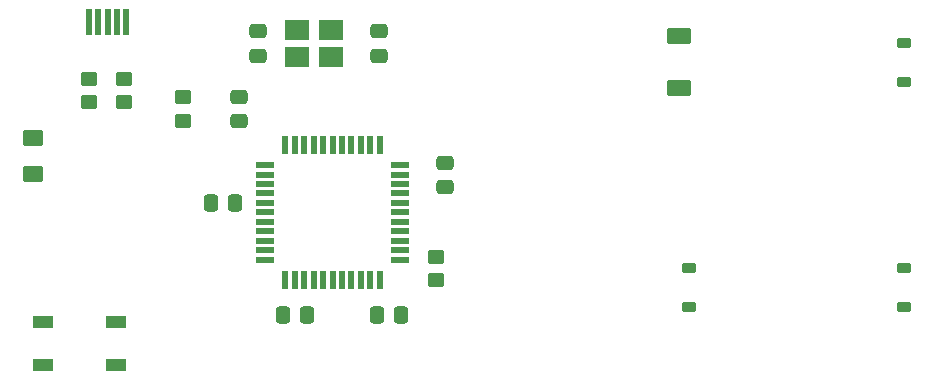
<source format=gbr>
%TF.GenerationSoftware,KiCad,Pcbnew,7.0.3*%
%TF.CreationDate,2023-05-18T14:52:35-04:00*%
%TF.ProjectId,ai03-pcb-guide,61693033-2d70-4636-922d-67756964652e,rev?*%
%TF.SameCoordinates,Original*%
%TF.FileFunction,Paste,Bot*%
%TF.FilePolarity,Positive*%
%FSLAX46Y46*%
G04 Gerber Fmt 4.6, Leading zero omitted, Abs format (unit mm)*
G04 Created by KiCad (PCBNEW 7.0.3) date 2023-05-18 14:52:35*
%MOMM*%
%LPD*%
G01*
G04 APERTURE LIST*
G04 Aperture macros list*
%AMRoundRect*
0 Rectangle with rounded corners*
0 $1 Rounding radius*
0 $2 $3 $4 $5 $6 $7 $8 $9 X,Y pos of 4 corners*
0 Add a 4 corners polygon primitive as box body*
4,1,4,$2,$3,$4,$5,$6,$7,$8,$9,$2,$3,0*
0 Add four circle primitives for the rounded corners*
1,1,$1+$1,$2,$3*
1,1,$1+$1,$4,$5*
1,1,$1+$1,$6,$7*
1,1,$1+$1,$8,$9*
0 Add four rect primitives between the rounded corners*
20,1,$1+$1,$2,$3,$4,$5,0*
20,1,$1+$1,$4,$5,$6,$7,0*
20,1,$1+$1,$6,$7,$8,$9,0*
20,1,$1+$1,$8,$9,$2,$3,0*%
G04 Aperture macros list end*
%ADD10RoundRect,0.250000X0.337500X0.475000X-0.337500X0.475000X-0.337500X-0.475000X0.337500X-0.475000X0*%
%ADD11RoundRect,0.250000X0.800000X-0.450000X0.800000X0.450000X-0.800000X0.450000X-0.800000X-0.450000X0*%
%ADD12RoundRect,0.250000X0.475000X-0.337500X0.475000X0.337500X-0.475000X0.337500X-0.475000X-0.337500X0*%
%ADD13RoundRect,0.250000X-0.450000X0.350000X-0.450000X-0.350000X0.450000X-0.350000X0.450000X0.350000X0*%
%ADD14R,1.500000X0.550000*%
%ADD15R,0.550000X1.500000*%
%ADD16RoundRect,0.225000X0.375000X-0.225000X0.375000X0.225000X-0.375000X0.225000X-0.375000X-0.225000X0*%
%ADD17RoundRect,0.250001X-0.624999X0.462499X-0.624999X-0.462499X0.624999X-0.462499X0.624999X0.462499X0*%
%ADD18R,1.800000X1.100000*%
%ADD19RoundRect,0.250000X-0.475000X0.337500X-0.475000X-0.337500X0.475000X-0.337500X0.475000X0.337500X0*%
%ADD20R,2.100000X1.800000*%
%ADD21RoundRect,0.250000X-0.337500X-0.475000X0.337500X-0.475000X0.337500X0.475000X-0.337500X0.475000X0*%
%ADD22R,0.500000X2.250000*%
G04 APERTURE END LIST*
D10*
%TO.C,C1*%
X59225000Y-73818750D03*
X57150000Y-73818750D03*
%TD*%
D11*
%TO.C,D1*%
X96837500Y-64112500D03*
X96837500Y-59712500D03*
%TD*%
D12*
%TO.C,C3*%
X59531250Y-66918750D03*
X59531250Y-64843750D03*
%TD*%
%TO.C,C2*%
X76993750Y-72475000D03*
X76993750Y-70400000D03*
%TD*%
D13*
%TO.C,R2*%
X46831250Y-63293750D03*
X46831250Y-65293750D03*
%TD*%
D14*
%TO.C,U2*%
X61768750Y-78612500D03*
X61768750Y-77812500D03*
X61768750Y-77012500D03*
X61768750Y-76212500D03*
X61768750Y-75412500D03*
X61768750Y-74612500D03*
X61768750Y-73812500D03*
X61768750Y-73012500D03*
X61768750Y-72212500D03*
X61768750Y-71412500D03*
X61768750Y-70612500D03*
D15*
X63468750Y-68912500D03*
X64268750Y-68912500D03*
X65068750Y-68912500D03*
X65868750Y-68912500D03*
X66668750Y-68912500D03*
X67468750Y-68912500D03*
X68268750Y-68912500D03*
X69068750Y-68912500D03*
X69868750Y-68912500D03*
X70668750Y-68912500D03*
X71468750Y-68912500D03*
D14*
X73168750Y-70612500D03*
X73168750Y-71412500D03*
X73168750Y-72212500D03*
X73168750Y-73012500D03*
X73168750Y-73812500D03*
X73168750Y-74612500D03*
X73168750Y-75412500D03*
X73168750Y-76212500D03*
X73168750Y-77012500D03*
X73168750Y-77812500D03*
X73168750Y-78612500D03*
D15*
X71468750Y-80312500D03*
X70668750Y-80312500D03*
X69868750Y-80312500D03*
X69068750Y-80312500D03*
X68268750Y-80312500D03*
X67468750Y-80312500D03*
X66668750Y-80312500D03*
X65868750Y-80312500D03*
X65068750Y-80312500D03*
X64268750Y-80312500D03*
X63468750Y-80312500D03*
%TD*%
D13*
%TO.C,R3*%
X49781250Y-63293750D03*
X49781250Y-65293750D03*
%TD*%
%TO.C,R1*%
X76200000Y-78375000D03*
X76200000Y-80375000D03*
%TD*%
D16*
%TO.C,D4*%
X115887500Y-82612500D03*
X115887500Y-79312500D03*
%TD*%
D17*
%TO.C,F1*%
X42068750Y-68362500D03*
X42068750Y-71337500D03*
%TD*%
D18*
%TO.C,SW1*%
X42937500Y-87575000D03*
X49137500Y-83875000D03*
X42937500Y-83875000D03*
X49137500Y-87575000D03*
%TD*%
D12*
%TO.C,C7*%
X61118750Y-61362500D03*
X61118750Y-59287500D03*
%TD*%
D16*
%TO.C,D2*%
X115887500Y-63562500D03*
X115887500Y-60262500D03*
%TD*%
D19*
%TO.C,C6*%
X71437500Y-59287500D03*
X71437500Y-61362500D03*
%TD*%
D16*
%TO.C,D3*%
X97631250Y-82612500D03*
X97631250Y-79312500D03*
%TD*%
D20*
%TO.C,Y1*%
X67331250Y-61475000D03*
X64431250Y-61475000D03*
X64431250Y-59175000D03*
X67331250Y-59175000D03*
%TD*%
D21*
%TO.C,C5*%
X63256250Y-83343750D03*
X65331250Y-83343750D03*
%TD*%
D13*
%TO.C,R4*%
X54768750Y-64881250D03*
X54768750Y-66881250D03*
%TD*%
D10*
%TO.C,C4*%
X73268750Y-83343750D03*
X71193750Y-83343750D03*
%TD*%
D22*
%TO.C,USB1*%
X50018750Y-58475000D03*
X49218750Y-58475000D03*
X48418750Y-58475000D03*
X47618750Y-58475000D03*
X46818750Y-58475000D03*
%TD*%
M02*

</source>
